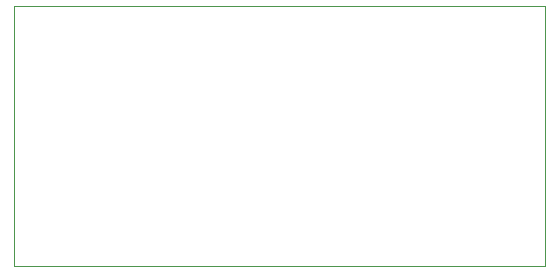
<source format=gbr>
G04 #@! TF.GenerationSoftware,KiCad,Pcbnew,(5.1.5-0-10_14)*
G04 #@! TF.CreationDate,2021-12-27T21:36:10+00:00*
G04 #@! TF.ProjectId,receiver,72656365-6976-4657-922e-6b696361645f,rev?*
G04 #@! TF.SameCoordinates,Original*
G04 #@! TF.FileFunction,Profile,NP*
%FSLAX46Y46*%
G04 Gerber Fmt 4.6, Leading zero omitted, Abs format (unit mm)*
G04 Created by KiCad (PCBNEW (5.1.5-0-10_14)) date 2021-12-27 21:36:10*
%MOMM*%
%LPD*%
G04 APERTURE LIST*
%ADD10C,0.050000*%
G04 APERTURE END LIST*
D10*
X75000000Y-168000000D02*
X75000000Y-190000000D01*
X30000000Y-190000000D02*
X75000000Y-190000000D01*
X30000000Y-168000000D02*
X75000000Y-168000000D01*
X30000000Y-168000000D02*
X30000000Y-190000000D01*
M02*

</source>
